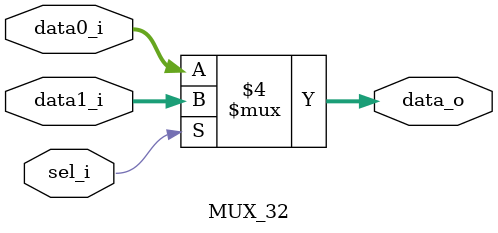
<source format=sv>
module MUX_32(
    input wire [31:0] data0_i, data1_i,
    input sel_i,
    
    output reg [31:0] data_o     
);

always @(*) begin

	if(sel_i == 1'b0)
		data_o <= data0_i;
	else
		data_o <= data1_i;
end

endmodule

</source>
